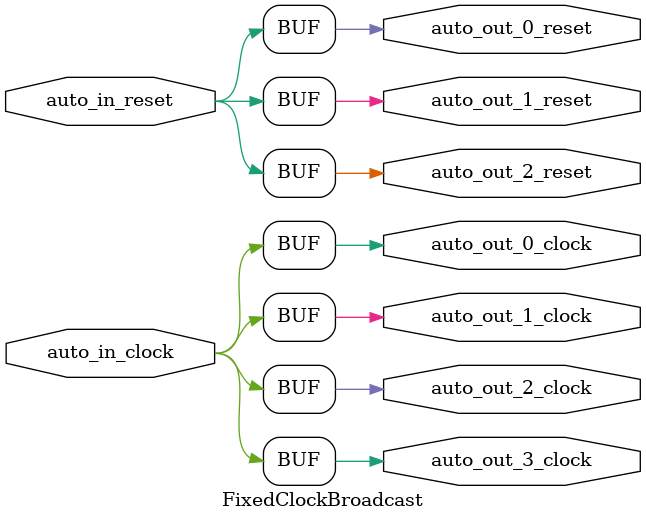
<source format=sv>
`ifndef RANDOMIZE
  `ifdef RANDOMIZE_REG_INIT
    `define RANDOMIZE
  `endif // RANDOMIZE_REG_INIT
`endif // not def RANDOMIZE
`ifndef RANDOMIZE
  `ifdef RANDOMIZE_MEM_INIT
    `define RANDOMIZE
  `endif // RANDOMIZE_MEM_INIT
`endif // not def RANDOMIZE

`ifndef RANDOM
  `define RANDOM $random
`endif // not def RANDOM

// Users can define 'PRINTF_COND' to add an extra gate to prints.
`ifndef PRINTF_COND_
  `ifdef PRINTF_COND
    `define PRINTF_COND_ (`PRINTF_COND)
  `else  // PRINTF_COND
    `define PRINTF_COND_ 1
  `endif // PRINTF_COND
`endif // not def PRINTF_COND_

// Users can define 'ASSERT_VERBOSE_COND' to add an extra gate to assert error printing.
`ifndef ASSERT_VERBOSE_COND_
  `ifdef ASSERT_VERBOSE_COND
    `define ASSERT_VERBOSE_COND_ (`ASSERT_VERBOSE_COND)
  `else  // ASSERT_VERBOSE_COND
    `define ASSERT_VERBOSE_COND_ 1
  `endif // ASSERT_VERBOSE_COND
`endif // not def ASSERT_VERBOSE_COND_

// Users can define 'STOP_COND' to add an extra gate to stop conditions.
`ifndef STOP_COND_
  `ifdef STOP_COND
    `define STOP_COND_ (`STOP_COND)
  `else  // STOP_COND
    `define STOP_COND_ 1
  `endif // STOP_COND
`endif // not def STOP_COND_

// Users can define INIT_RANDOM as general code that gets injected into the
// initializer block for modules with registers.
`ifndef INIT_RANDOM
  `define INIT_RANDOM
`endif // not def INIT_RANDOM

// If using random initialization, you can also define RANDOMIZE_DELAY to
// customize the delay used, otherwise 0.002 is used.
`ifndef RANDOMIZE_DELAY
  `define RANDOMIZE_DELAY 0.002
`endif // not def RANDOMIZE_DELAY

// Define INIT_RANDOM_PROLOG_ for use in our modules below.
`ifndef INIT_RANDOM_PROLOG_
  `ifdef RANDOMIZE
    `ifdef VERILATOR
      `define INIT_RANDOM_PROLOG_ `INIT_RANDOM
    `else  // VERILATOR
      `define INIT_RANDOM_PROLOG_ `INIT_RANDOM #`RANDOMIZE_DELAY begin end
    `endif // VERILATOR
  `else  // RANDOMIZE
    `define INIT_RANDOM_PROLOG_
  `endif // RANDOMIZE
`endif // not def INIT_RANDOM_PROLOG_

module FixedClockBroadcast(
  input  auto_in_clock,
         auto_in_reset,
  output auto_out_3_clock,
         auto_out_2_clock,
         auto_out_2_reset,
         auto_out_1_clock,
         auto_out_1_reset,
         auto_out_0_clock,
         auto_out_0_reset
);

  assign auto_out_3_clock = auto_in_clock;
  assign auto_out_2_clock = auto_in_clock;
  assign auto_out_2_reset = auto_in_reset;
  assign auto_out_1_clock = auto_in_clock;
  assign auto_out_1_reset = auto_in_reset;
  assign auto_out_0_clock = auto_in_clock;
  assign auto_out_0_reset = auto_in_reset;
endmodule


</source>
